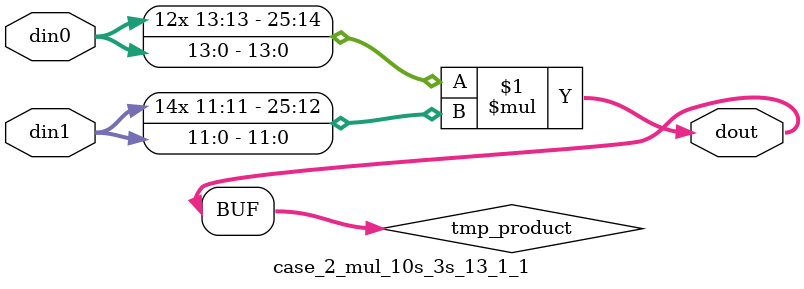
<source format=v>

`timescale 1 ns / 1 ps

 module case_2_mul_10s_3s_13_1_1(din0, din1, dout);
parameter ID = 1;
parameter NUM_STAGE = 0;
parameter din0_WIDTH = 14;
parameter din1_WIDTH = 12;
parameter dout_WIDTH = 26;

input [din0_WIDTH - 1 : 0] din0; 
input [din1_WIDTH - 1 : 0] din1; 
output [dout_WIDTH - 1 : 0] dout;

wire signed [dout_WIDTH - 1 : 0] tmp_product;



























assign tmp_product = $signed(din0) * $signed(din1);








assign dout = tmp_product;





















endmodule

</source>
